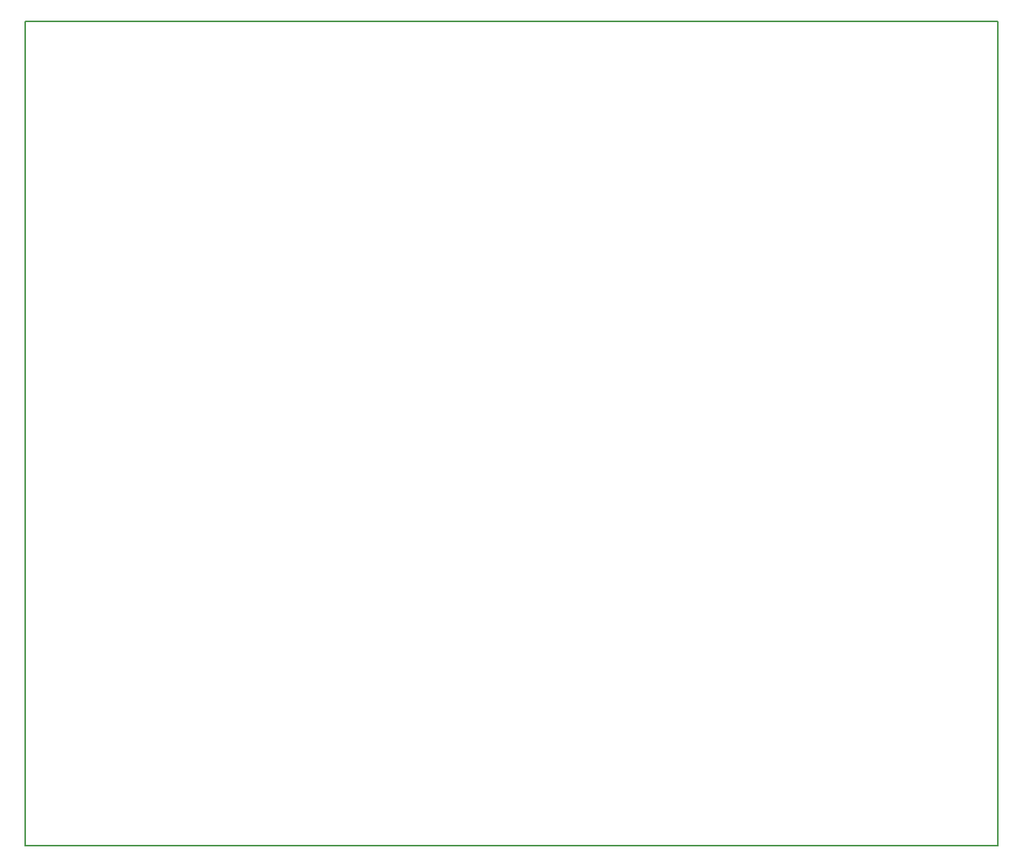
<source format=gbr>
G04 PROTEUS GERBER X2 FILE*
%TF.GenerationSoftware,Labcenter,Proteus,8.7-SP3-Build25561*%
%TF.CreationDate,2021-07-11T19:21:44+00:00*%
%TF.FileFunction,NonPlated,1,2,NPTH*%
%TF.FilePolarity,Positive*%
%TF.Part,Single*%
%TF.SameCoordinates,{e2a5a0b5-523e-413d-a229-b9dd8a4e077c}*%
%FSLAX45Y45*%
%MOMM*%
G01*
%TA.AperFunction,Profile*%
%ADD39C,0.203200*%
%TD.AperFunction*%
D39*
X-1079500Y-6413500D02*
X+9715500Y-6413500D01*
X+9715500Y+2730500D01*
X-1079500Y+2730500D01*
X-1079500Y-6413500D01*
M02*

</source>
